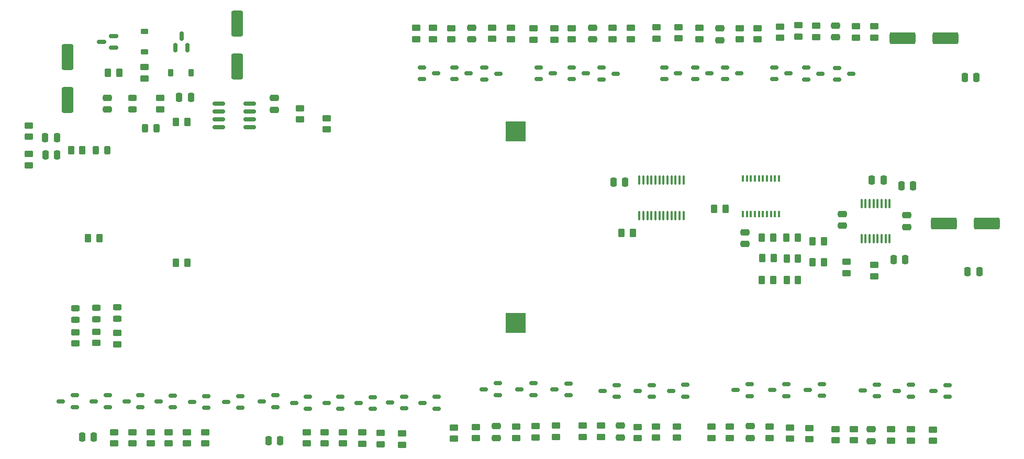
<source format=gbr>
%TF.GenerationSoftware,KiCad,Pcbnew,7.0.5*%
%TF.CreationDate,2023-09-16T15:17:10-07:00*%
%TF.ProjectId,TeensyIrrigation,5465656e-7379-4497-9272-69676174696f,rev?*%
%TF.SameCoordinates,Original*%
%TF.FileFunction,Paste,Top*%
%TF.FilePolarity,Positive*%
%FSLAX46Y46*%
G04 Gerber Fmt 4.6, Leading zero omitted, Abs format (unit mm)*
G04 Created by KiCad (PCBNEW 7.0.5) date 2023-09-16 15:17:10*
%MOMM*%
%LPD*%
G01*
G04 APERTURE LIST*
G04 Aperture macros list*
%AMRoundRect*
0 Rectangle with rounded corners*
0 $1 Rounding radius*
0 $2 $3 $4 $5 $6 $7 $8 $9 X,Y pos of 4 corners*
0 Add a 4 corners polygon primitive as box body*
4,1,4,$2,$3,$4,$5,$6,$7,$8,$9,$2,$3,0*
0 Add four circle primitives for the rounded corners*
1,1,$1+$1,$2,$3*
1,1,$1+$1,$4,$5*
1,1,$1+$1,$6,$7*
1,1,$1+$1,$8,$9*
0 Add four rect primitives between the rounded corners*
20,1,$1+$1,$2,$3,$4,$5,0*
20,1,$1+$1,$4,$5,$6,$7,0*
20,1,$1+$1,$6,$7,$8,$9,0*
20,1,$1+$1,$8,$9,$2,$3,0*%
G04 Aperture macros list end*
%ADD10RoundRect,0.250000X-0.450000X0.262500X-0.450000X-0.262500X0.450000X-0.262500X0.450000X0.262500X0*%
%ADD11RoundRect,0.250000X0.475000X-0.250000X0.475000X0.250000X-0.475000X0.250000X-0.475000X-0.250000X0*%
%ADD12RoundRect,0.150000X-0.512500X-0.150000X0.512500X-0.150000X0.512500X0.150000X-0.512500X0.150000X0*%
%ADD13RoundRect,0.250000X0.450000X-0.262500X0.450000X0.262500X-0.450000X0.262500X-0.450000X-0.262500X0*%
%ADD14RoundRect,0.150000X0.512500X0.150000X-0.512500X0.150000X-0.512500X-0.150000X0.512500X-0.150000X0*%
%ADD15RoundRect,0.250000X-0.262500X-0.450000X0.262500X-0.450000X0.262500X0.450000X-0.262500X0.450000X0*%
%ADD16RoundRect,0.250000X0.262500X0.450000X-0.262500X0.450000X-0.262500X-0.450000X0.262500X-0.450000X0*%
%ADD17RoundRect,0.100000X-0.100000X0.637500X-0.100000X-0.637500X0.100000X-0.637500X0.100000X0.637500X0*%
%ADD18RoundRect,0.250000X1.825000X0.700000X-1.825000X0.700000X-1.825000X-0.700000X1.825000X-0.700000X0*%
%ADD19RoundRect,0.250000X-0.475000X0.250000X-0.475000X-0.250000X0.475000X-0.250000X0.475000X0.250000X0*%
%ADD20RoundRect,0.250000X0.250000X0.475000X-0.250000X0.475000X-0.250000X-0.475000X0.250000X-0.475000X0*%
%ADD21RoundRect,0.250000X-1.825000X-0.700000X1.825000X-0.700000X1.825000X0.700000X-1.825000X0.700000X0*%
%ADD22RoundRect,0.250000X-0.250000X-0.475000X0.250000X-0.475000X0.250000X0.475000X-0.250000X0.475000X0*%
%ADD23RoundRect,0.243750X-0.456250X0.243750X-0.456250X-0.243750X0.456250X-0.243750X0.456250X0.243750X0*%
%ADD24R,3.290000X3.290000*%
%ADD25RoundRect,0.225000X-0.375000X0.225000X-0.375000X-0.225000X0.375000X-0.225000X0.375000X0.225000X0*%
%ADD26RoundRect,0.150000X0.587500X0.150000X-0.587500X0.150000X-0.587500X-0.150000X0.587500X-0.150000X0*%
%ADD27RoundRect,0.225000X0.225000X0.375000X-0.225000X0.375000X-0.225000X-0.375000X0.225000X-0.375000X0*%
%ADD28RoundRect,0.100000X0.100000X-0.637500X0.100000X0.637500X-0.100000X0.637500X-0.100000X-0.637500X0*%
%ADD29RoundRect,0.250000X-0.700000X1.825000X-0.700000X-1.825000X0.700000X-1.825000X0.700000X1.825000X0*%
%ADD30RoundRect,0.150000X-0.825000X-0.150000X0.825000X-0.150000X0.825000X0.150000X-0.825000X0.150000X0*%
%ADD31RoundRect,0.243750X-0.243750X-0.456250X0.243750X-0.456250X0.243750X0.456250X-0.243750X0.456250X0*%
%ADD32RoundRect,0.250000X0.700000X-1.825000X0.700000X1.825000X-0.700000X1.825000X-0.700000X-1.825000X0*%
%ADD33RoundRect,0.243750X0.456250X-0.243750X0.456250X0.243750X-0.456250X0.243750X-0.456250X-0.243750X0*%
%ADD34RoundRect,0.243750X0.243750X0.456250X-0.243750X0.456250X-0.243750X-0.456250X0.243750X-0.456250X0*%
%ADD35RoundRect,0.150000X0.150000X-0.587500X0.150000X0.587500X-0.150000X0.587500X-0.150000X-0.587500X0*%
%ADD36R,0.400000X1.000000*%
G04 APERTURE END LIST*
D10*
%TO.C,R65*%
X199350000Y-127400000D03*
X199350000Y-129225000D03*
%TD*%
D11*
%TO.C,C7*%
X212500000Y-129587500D03*
X212500000Y-127687500D03*
%TD*%
D12*
%TO.C,D14*%
X206962500Y-69250000D03*
X206962500Y-71150000D03*
X209237500Y-70200000D03*
%TD*%
D13*
%TO.C,R44*%
X93000000Y-129975000D03*
X93000000Y-128150000D03*
%TD*%
D14*
%TO.C,D5*%
X171350000Y-122450000D03*
X171350000Y-120550000D03*
X169075000Y-121500000D03*
%TD*%
D10*
%TO.C,R31*%
X194150000Y-62775000D03*
X194150000Y-64600000D03*
%TD*%
D13*
%TO.C,R78*%
X144600000Y-64600000D03*
X144600000Y-62775000D03*
%TD*%
%TO.C,R48*%
X104800000Y-129975000D03*
X104800000Y-128150000D03*
%TD*%
D12*
%TO.C,D20*%
X168912500Y-69200000D03*
X168912500Y-71100000D03*
X171187500Y-70150000D03*
%TD*%
D15*
%TO.C,R34*%
X85837500Y-96750000D03*
X87662500Y-96750000D03*
%TD*%
D10*
%TO.C,R64*%
X177700000Y-127237500D03*
X177700000Y-129062500D03*
%TD*%
D16*
%TO.C,R5*%
X200662500Y-103550000D03*
X198837500Y-103550000D03*
%TD*%
D17*
%TO.C,U4*%
X215475000Y-91137500D03*
X214825000Y-91137500D03*
X214175000Y-91137500D03*
X213525000Y-91137500D03*
X212875000Y-91137500D03*
X212225000Y-91137500D03*
X211575000Y-91137500D03*
X210925000Y-91137500D03*
X210925000Y-96862500D03*
X211575000Y-96862500D03*
X212225000Y-96862500D03*
X212875000Y-96862500D03*
X213525000Y-96862500D03*
X214175000Y-96862500D03*
X214825000Y-96862500D03*
X215475000Y-96862500D03*
%TD*%
D10*
%TO.C,R32*%
X191200000Y-62775000D03*
X191200000Y-64600000D03*
%TD*%
D18*
%TO.C,C16*%
X224550000Y-64400000D03*
X217600000Y-64400000D03*
%TD*%
D19*
%TO.C,C9*%
X187982500Y-62820000D03*
X187982500Y-64720000D03*
%TD*%
D20*
%TO.C,C13*%
X218000000Y-100250000D03*
X216100000Y-100250000D03*
%TD*%
D10*
%TO.C,R71*%
X155050000Y-127275000D03*
X155050000Y-129100000D03*
%TD*%
D14*
%TO.C,D3*%
X163525000Y-122200000D03*
X163525000Y-120300000D03*
X161250000Y-121250000D03*
%TD*%
D10*
%TO.C,R35*%
X173650000Y-62755000D03*
X173650000Y-64580000D03*
%TD*%
D13*
%TO.C,R22*%
X120100000Y-77562500D03*
X120100000Y-75737500D03*
%TD*%
D10*
%TO.C,R36*%
X170700000Y-62755000D03*
X170700000Y-64580000D03*
%TD*%
%TO.C,R17*%
X181050000Y-127237500D03*
X181050000Y-129062500D03*
%TD*%
%TO.C,R63*%
X158250000Y-127187500D03*
X158250000Y-129012500D03*
%TD*%
D14*
%TO.C,D11*%
X213450000Y-122362500D03*
X213450000Y-120462500D03*
X211175000Y-121412500D03*
%TD*%
D13*
%TO.C,R23*%
X206750000Y-129487500D03*
X206750000Y-127662500D03*
%TD*%
D16*
%TO.C,R7*%
X200650000Y-100050000D03*
X198825000Y-100050000D03*
%TD*%
D12*
%TO.C,D15*%
X196862500Y-69150000D03*
X196862500Y-71050000D03*
X199137500Y-70100000D03*
%TD*%
D21*
%TO.C,C22*%
X224275000Y-94400000D03*
X231225000Y-94400000D03*
%TD*%
D14*
%TO.C,D33*%
X126675000Y-124350000D03*
X126675000Y-122450000D03*
X124400000Y-123400000D03*
%TD*%
%TO.C,D6*%
X182400000Y-122400000D03*
X182400000Y-120500000D03*
X180125000Y-121450000D03*
%TD*%
D10*
%TO.C,R42*%
X208500000Y-100587500D03*
X208500000Y-102412500D03*
%TD*%
D13*
%TO.C,R50*%
X124100000Y-129962500D03*
X124100000Y-128137500D03*
%TD*%
D10*
%TO.C,R13*%
X161500000Y-127087500D03*
X161500000Y-128912500D03*
%TD*%
D13*
%TO.C,R69*%
X161250000Y-64637500D03*
X161250000Y-62812500D03*
%TD*%
D19*
%TO.C,C3*%
X192050000Y-95800000D03*
X192050000Y-97700000D03*
%TD*%
D22*
%TO.C,C25*%
X84900000Y-128975000D03*
X86800000Y-128975000D03*
%TD*%
D13*
%TO.C,R41*%
X138900000Y-64587500D03*
X138900000Y-62762500D03*
%TD*%
D10*
%TO.C,R73*%
X196100000Y-127275000D03*
X196100000Y-129100000D03*
%TD*%
D14*
%TO.C,D25*%
X83675000Y-124100000D03*
X83675000Y-122200000D03*
X81400000Y-123150000D03*
%TD*%
D10*
%TO.C,R28*%
X210050000Y-62475000D03*
X210050000Y-64300000D03*
%TD*%
D14*
%TO.C,D30*%
X110437500Y-124200000D03*
X110437500Y-122300000D03*
X108162500Y-123250000D03*
%TD*%
D10*
%TO.C,R40*%
X151200000Y-62687500D03*
X151200000Y-64512500D03*
%TD*%
D13*
%TO.C,R16*%
X168800000Y-128900000D03*
X168800000Y-127075000D03*
%TD*%
D16*
%TO.C,R8*%
X196712500Y-100000000D03*
X194887500Y-100000000D03*
%TD*%
D14*
%TO.C,D34*%
X131900000Y-124400000D03*
X131900000Y-122500000D03*
X129625000Y-123450000D03*
%TD*%
%TO.C,D10*%
X218925000Y-122412500D03*
X218925000Y-120512500D03*
X216650000Y-121462500D03*
%TD*%
%TO.C,D12*%
X224875000Y-122450000D03*
X224875000Y-120550000D03*
X222600000Y-121500000D03*
%TD*%
D13*
%TO.C,R56*%
X95000000Y-70912500D03*
X95000000Y-69087500D03*
%TD*%
D10*
%TO.C,R62*%
X83800000Y-111987500D03*
X83800000Y-113812500D03*
%TD*%
D12*
%TO.C,D17*%
X188862500Y-69150000D03*
X188862500Y-71050000D03*
X191137500Y-70100000D03*
%TD*%
D23*
%TO.C,D44*%
X83800000Y-108112500D03*
X83800000Y-109987500D03*
%TD*%
D14*
%TO.C,D31*%
X116175000Y-124100000D03*
X116175000Y-122200000D03*
X113900000Y-123150000D03*
%TD*%
D19*
%TO.C,C12*%
X218250000Y-93050000D03*
X218250000Y-94950000D03*
%TD*%
D24*
%TO.C,BT1*%
X155000000Y-110485000D03*
X155000000Y-79515000D03*
%TD*%
D20*
%TO.C,C30*%
X102500000Y-74000000D03*
X100600000Y-74000000D03*
%TD*%
D19*
%TO.C,C8*%
X206750000Y-62387500D03*
X206750000Y-64287500D03*
%TD*%
D10*
%TO.C,R39*%
X154250000Y-62725000D03*
X154250000Y-64550000D03*
%TD*%
D19*
%TO.C,C10*%
X167450000Y-62687500D03*
X167450000Y-64587500D03*
%TD*%
D16*
%TO.C,R10*%
X196662500Y-96700000D03*
X194837500Y-96700000D03*
%TD*%
D15*
%TO.C,R30*%
X100087500Y-100750000D03*
X101912500Y-100750000D03*
%TD*%
D19*
%TO.C,C11*%
X147900000Y-62687500D03*
X147900000Y-64587500D03*
%TD*%
D14*
%TO.C,D4*%
X177025000Y-122450000D03*
X177025000Y-120550000D03*
X174750000Y-121500000D03*
%TD*%
D13*
%TO.C,R11*%
X145050000Y-129200000D03*
X145050000Y-127375000D03*
%TD*%
%TO.C,R12*%
X148550000Y-129150000D03*
X148550000Y-127325000D03*
%TD*%
D10*
%TO.C,R38*%
X213000000Y-101087500D03*
X213000000Y-102912500D03*
%TD*%
D14*
%TO.C,D29*%
X104987500Y-124200000D03*
X104987500Y-122300000D03*
X102712500Y-123250000D03*
%TD*%
D13*
%TO.C,R24*%
X209700000Y-129487500D03*
X209700000Y-127662500D03*
%TD*%
D25*
%TO.C,D38*%
X95000000Y-63350000D03*
X95000000Y-66650000D03*
%TD*%
D16*
%TO.C,R9*%
X200600000Y-96700000D03*
X198775000Y-96700000D03*
%TD*%
D11*
%TO.C,C4*%
X151900000Y-129100000D03*
X151900000Y-127200000D03*
%TD*%
D26*
%TO.C,Q2*%
X89937500Y-65950000D03*
X89937500Y-64050000D03*
X88062500Y-65000000D03*
%TD*%
D12*
%TO.C,D22*%
X145112500Y-69150000D03*
X145112500Y-71050000D03*
X147387500Y-70100000D03*
%TD*%
D14*
%TO.C,D8*%
X192875000Y-122300000D03*
X192875000Y-120400000D03*
X190600000Y-121350000D03*
%TD*%
%TO.C,D7*%
X198787500Y-122300000D03*
X198787500Y-120400000D03*
X196512500Y-121350000D03*
%TD*%
D27*
%TO.C,D37*%
X102500000Y-70000000D03*
X99200000Y-70000000D03*
%TD*%
D19*
%TO.C,C29*%
X89000000Y-74050000D03*
X89000000Y-75950000D03*
%TD*%
D10*
%TO.C,R66*%
X218950000Y-127675000D03*
X218950000Y-129500000D03*
%TD*%
D16*
%TO.C,R58*%
X90912500Y-70000000D03*
X89087500Y-70000000D03*
%TD*%
D20*
%TO.C,C2*%
X172700000Y-87700000D03*
X170800000Y-87700000D03*
%TD*%
D12*
%TO.C,D16*%
X184062500Y-69150000D03*
X184062500Y-71050000D03*
X186337500Y-70100000D03*
%TD*%
D13*
%TO.C,R70*%
X141650000Y-64587500D03*
X141650000Y-62762500D03*
%TD*%
D10*
%TO.C,R60*%
X90600000Y-112087500D03*
X90600000Y-113912500D03*
%TD*%
D22*
%TO.C,C19*%
X227650000Y-70800000D03*
X229550000Y-70800000D03*
%TD*%
D28*
%TO.C,U2*%
X175000000Y-93083800D03*
X175650000Y-93083800D03*
X176300000Y-93083800D03*
X176950000Y-93083800D03*
X177600000Y-93083800D03*
X178250000Y-93083800D03*
X178900000Y-93083800D03*
X179550000Y-93083800D03*
X180200000Y-93083800D03*
X180850000Y-93083800D03*
X181500000Y-93083800D03*
X182150000Y-93083800D03*
X182150000Y-87358800D03*
X181500000Y-87358800D03*
X180850000Y-87358800D03*
X180200000Y-87358800D03*
X179550000Y-87358800D03*
X178900000Y-87358800D03*
X178250000Y-87358800D03*
X177600000Y-87358800D03*
X176950000Y-87358800D03*
X176300000Y-87358800D03*
X175650000Y-87358800D03*
X175000000Y-87358800D03*
%TD*%
D13*
%TO.C,R54*%
X136650000Y-130212500D03*
X136650000Y-128387500D03*
%TD*%
D12*
%TO.C,D24*%
X139862500Y-69150000D03*
X139862500Y-71050000D03*
X142137500Y-70100000D03*
%TD*%
D13*
%TO.C,R29*%
X197800000Y-64362500D03*
X197800000Y-62537500D03*
%TD*%
%TO.C,R53*%
X133200000Y-130112500D03*
X133200000Y-128287500D03*
%TD*%
D14*
%TO.C,D26*%
X89012500Y-124100000D03*
X89012500Y-122200000D03*
X86737500Y-123150000D03*
%TD*%
D13*
%TO.C,R77*%
X164100000Y-64600000D03*
X164100000Y-62775000D03*
%TD*%
D20*
%TO.C,C14*%
X214500000Y-87400000D03*
X212600000Y-87400000D03*
%TD*%
D22*
%TO.C,C1*%
X78900000Y-80500000D03*
X80800000Y-80500000D03*
%TD*%
D13*
%TO.C,R19*%
X186650000Y-129075000D03*
X186650000Y-127250000D03*
%TD*%
%TO.C,R43*%
X90050000Y-129975000D03*
X90050000Y-128150000D03*
%TD*%
D15*
%TO.C,R2*%
X203037500Y-97300000D03*
X204862500Y-97300000D03*
%TD*%
D29*
%TO.C,C27*%
X82500000Y-67500000D03*
X82500000Y-74450000D03*
%TD*%
D30*
%TO.C,U5*%
X107000000Y-75000000D03*
X107000000Y-76270000D03*
X107000000Y-77540000D03*
X107000000Y-78810000D03*
X111950000Y-78810000D03*
X111950000Y-77540000D03*
X111950000Y-76270000D03*
X111950000Y-75000000D03*
%TD*%
D12*
%TO.C,D13*%
X202012500Y-69200000D03*
X202012500Y-71100000D03*
X204287500Y-70150000D03*
%TD*%
D10*
%TO.C,R72*%
X174750000Y-127287500D03*
X174750000Y-129112500D03*
%TD*%
D13*
%TO.C,R46*%
X98900000Y-129975000D03*
X98900000Y-128150000D03*
%TD*%
%TO.C,R15*%
X165850000Y-128900000D03*
X165850000Y-127075000D03*
%TD*%
%TO.C,R37*%
X157850000Y-64650000D03*
X157850000Y-62825000D03*
%TD*%
D16*
%TO.C,R59*%
X84912500Y-82500000D03*
X83087500Y-82500000D03*
%TD*%
D22*
%TO.C,C26*%
X115000000Y-129500000D03*
X116900000Y-129500000D03*
%TD*%
D10*
%TO.C,R14*%
X76300000Y-78525000D03*
X76300000Y-80350000D03*
%TD*%
D13*
%TO.C,R68*%
X181300000Y-64450000D03*
X181300000Y-62625000D03*
%TD*%
D23*
%TO.C,D43*%
X87200000Y-108012500D03*
X87200000Y-109887500D03*
%TD*%
D14*
%TO.C,D1*%
X157875000Y-122150000D03*
X157875000Y-120250000D03*
X155600000Y-121200000D03*
%TD*%
%TO.C,D28*%
X99537500Y-124150000D03*
X99537500Y-122250000D03*
X97262500Y-123200000D03*
%TD*%
D12*
%TO.C,D19*%
X164062500Y-69150000D03*
X164062500Y-71050000D03*
X166337500Y-70100000D03*
%TD*%
D22*
%TO.C,C15*%
X78950000Y-83300000D03*
X80850000Y-83300000D03*
%TD*%
D31*
%TO.C,D39*%
X95062500Y-79000000D03*
X96937500Y-79000000D03*
%TD*%
D32*
%TO.C,C28*%
X110000000Y-69000000D03*
X110000000Y-62050000D03*
%TD*%
D16*
%TO.C,R6*%
X196662500Y-103500000D03*
X194837500Y-103500000D03*
%TD*%
D12*
%TO.C,D18*%
X179012500Y-69150000D03*
X179012500Y-71050000D03*
X181287500Y-70100000D03*
%TD*%
D13*
%TO.C,R76*%
X184700000Y-64550000D03*
X184700000Y-62725000D03*
%TD*%
D10*
%TO.C,R18*%
X76250000Y-83137500D03*
X76250000Y-84962500D03*
%TD*%
D19*
%TO.C,C17*%
X207800000Y-92850000D03*
X207800000Y-94750000D03*
%TD*%
D11*
%TO.C,C6*%
X192900000Y-129100000D03*
X192900000Y-127200000D03*
%TD*%
D10*
%TO.C,R21*%
X202500000Y-127475000D03*
X202500000Y-129300000D03*
%TD*%
D19*
%TO.C,C31*%
X116000000Y-74100000D03*
X116000000Y-76000000D03*
%TD*%
D12*
%TO.C,D21*%
X158725000Y-69150000D03*
X158725000Y-71050000D03*
X161000000Y-70100000D03*
%TD*%
D33*
%TO.C,D40*%
X93000000Y-75937500D03*
X93000000Y-74062500D03*
%TD*%
D13*
%TO.C,R55*%
X97500000Y-75912500D03*
X97500000Y-74087500D03*
%TD*%
D15*
%TO.C,R57*%
X100087500Y-78000000D03*
X101912500Y-78000000D03*
%TD*%
D13*
%TO.C,R20*%
X189600000Y-129075000D03*
X189600000Y-127250000D03*
%TD*%
D10*
%TO.C,R27*%
X213000000Y-62475000D03*
X213000000Y-64300000D03*
%TD*%
D34*
%TO.C,D41*%
X88937500Y-82500000D03*
X87062500Y-82500000D03*
%TD*%
D13*
%TO.C,R52*%
X130200000Y-130012500D03*
X130200000Y-128187500D03*
%TD*%
D14*
%TO.C,D35*%
X136950000Y-124300000D03*
X136950000Y-122400000D03*
X134675000Y-123350000D03*
%TD*%
D13*
%TO.C,R75*%
X203600000Y-64212500D03*
X203600000Y-62387500D03*
%TD*%
D22*
%TO.C,C24*%
X228100000Y-102200000D03*
X230000000Y-102200000D03*
%TD*%
%TO.C,C20*%
X217400000Y-88300000D03*
X219300000Y-88300000D03*
%TD*%
D13*
%TO.C,R33*%
X177800000Y-64500000D03*
X177800000Y-62675000D03*
%TD*%
D12*
%TO.C,D23*%
X149962500Y-69200000D03*
X149962500Y-71100000D03*
X152237500Y-70150000D03*
%TD*%
D10*
%TO.C,R61*%
X87150000Y-111887500D03*
X87150000Y-113712500D03*
%TD*%
D13*
%TO.C,R26*%
X124400000Y-79162500D03*
X124400000Y-77337500D03*
%TD*%
D35*
%TO.C,Q1*%
X100000000Y-65937500D03*
X101900000Y-65937500D03*
X100950000Y-64062500D03*
%TD*%
D36*
%TO.C,U3*%
X191750000Y-92910400D03*
X192400000Y-92910400D03*
X193050000Y-92910400D03*
X193700000Y-92910400D03*
X194350000Y-92910400D03*
X195000000Y-92910400D03*
X195650000Y-92910400D03*
X196300000Y-92910400D03*
X196950000Y-92910400D03*
X197600000Y-92910400D03*
X197600000Y-87110400D03*
X196950000Y-87110400D03*
X196300000Y-87110400D03*
X195650000Y-87110400D03*
X195000000Y-87110400D03*
X194350000Y-87110400D03*
X193700000Y-87110400D03*
X193050000Y-87110400D03*
X192400000Y-87110400D03*
X191750000Y-87110400D03*
%TD*%
D14*
%TO.C,D2*%
X152125000Y-122150000D03*
X152125000Y-120250000D03*
X149850000Y-121200000D03*
%TD*%
%TO.C,D27*%
X94337500Y-124100000D03*
X94337500Y-122200000D03*
X92062500Y-123150000D03*
%TD*%
D13*
%TO.C,R67*%
X200750000Y-64162500D03*
X200750000Y-62337500D03*
%TD*%
%TO.C,R45*%
X95950000Y-129975000D03*
X95950000Y-128150000D03*
%TD*%
D16*
%TO.C,R4*%
X188912500Y-92000000D03*
X187087500Y-92000000D03*
%TD*%
D23*
%TO.C,D42*%
X90600000Y-107962500D03*
X90600000Y-109837500D03*
%TD*%
D14*
%TO.C,D9*%
X204525000Y-122250000D03*
X204525000Y-120350000D03*
X202250000Y-121300000D03*
%TD*%
D15*
%TO.C,R3*%
X203037500Y-100700000D03*
X204862500Y-100700000D03*
%TD*%
D10*
%TO.C,R74*%
X215700000Y-127675000D03*
X215700000Y-129500000D03*
%TD*%
D13*
%TO.C,R47*%
X101850000Y-129975000D03*
X101850000Y-128150000D03*
%TD*%
%TO.C,R51*%
X127100000Y-129962500D03*
X127100000Y-128137500D03*
%TD*%
D14*
%TO.C,D36*%
X142187500Y-124350000D03*
X142187500Y-122450000D03*
X139912500Y-123400000D03*
%TD*%
D13*
%TO.C,R49*%
X121200000Y-129962500D03*
X121200000Y-128137500D03*
%TD*%
D14*
%TO.C,D32*%
X121425000Y-124350000D03*
X121425000Y-122450000D03*
X119150000Y-123400000D03*
%TD*%
D16*
%TO.C,R1*%
X173962500Y-95950000D03*
X172137500Y-95950000D03*
%TD*%
D10*
%TO.C,R25*%
X222500000Y-127725000D03*
X222500000Y-129550000D03*
%TD*%
D11*
%TO.C,C5*%
X171900000Y-129000000D03*
X171900000Y-127100000D03*
%TD*%
M02*

</source>
